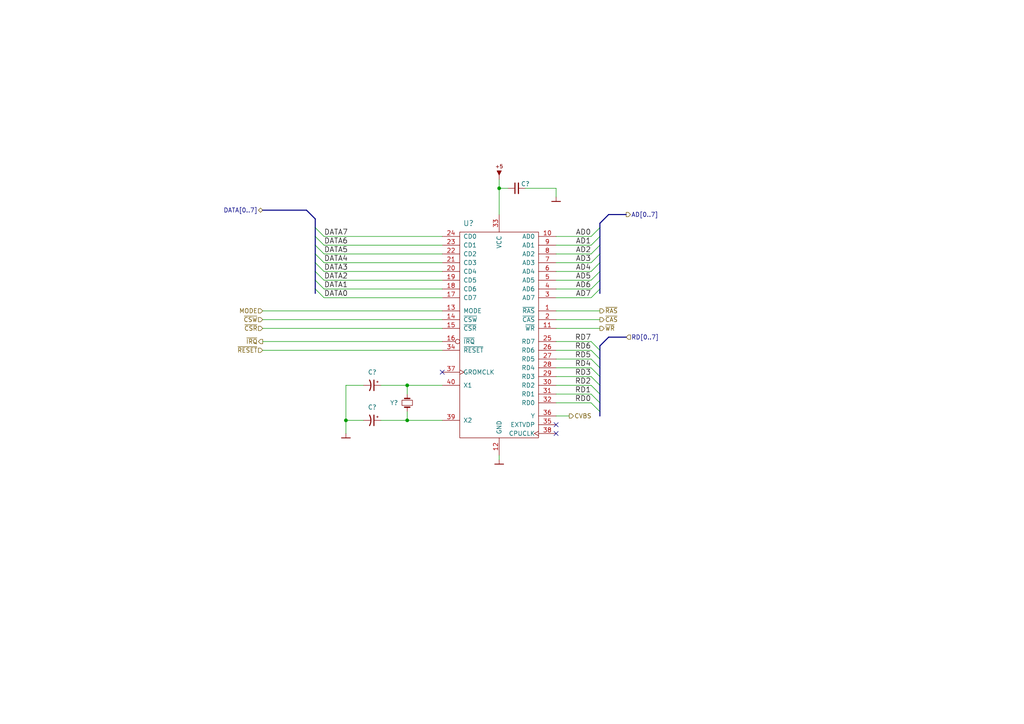
<source format=kicad_sch>
(kicad_sch (version 20211123) (generator eeschema)

  (uuid 6c2d26bc-6eca-436c-8025-79f817bf57d6)

  (paper "A4")

  (lib_symbols
    (symbol "artemisa:CP" (pin_numbers hide) (pin_names (offset 0.254) hide) (in_bom yes) (on_board yes)
      (property "Reference" "C" (id 0) (at 0.254 1.778 0)
        (effects (font (size 1.27 1.27)) (justify left))
      )
      (property "Value" "CP" (id 1) (at 0.254 -2.032 0)
        (effects (font (size 1.27 1.27)) (justify left))
      )
      (property "Footprint" "" (id 2) (at 0 0 0)
        (effects (font (size 1.27 1.27)) hide)
      )
      (property "Datasheet" "" (id 3) (at 0 0 0)
        (effects (font (size 1.27 1.27)) hide)
      )
      (property "ki_fp_filters" "CP_*" (id 4) (at 0 0 0)
        (effects (font (size 1.27 1.27)) hide)
      )
      (symbol "CP_0_1"
        (polyline
          (pts
            (xy -1.524 0.508)
            (xy 1.524 0.508)
          )
          (stroke (width 0.3048) (type default) (color 0 0 0 0))
          (fill (type none))
        )
        (polyline
          (pts
            (xy -1.27 1.524)
            (xy -0.762 1.524)
          )
          (stroke (width 0) (type default) (color 0 0 0 0))
          (fill (type none))
        )
        (polyline
          (pts
            (xy -1.016 1.27)
            (xy -1.016 1.778)
          )
          (stroke (width 0) (type default) (color 0 0 0 0))
          (fill (type none))
        )
        (arc (start 1.524 -0.762) (mid 0 -0.3734) (end -1.524 -0.762)
          (stroke (width 0.3048) (type default) (color 0 0 0 0))
          (fill (type none))
        )
      )
      (symbol "CP_1_1"
        (pin passive line (at 0 2.54 270) (length 2.032)
          (name "~" (effects (font (size 1.27 1.27))))
          (number "1" (effects (font (size 1.27 1.27))))
        )
        (pin passive line (at 0 -2.54 90) (length 2.032)
          (name "~" (effects (font (size 1.27 1.27))))
          (number "2" (effects (font (size 1.27 1.27))))
        )
      )
    )
    (symbol "artemisa:Cap" (pin_numbers hide) (pin_names (offset 0.254) hide) (in_bom yes) (on_board yes)
      (property "Reference" "C" (id 0) (at 0.254 1.778 0)
        (effects (font (size 1.27 1.27)) (justify left))
      )
      (property "Value" "Cap" (id 1) (at 0.254 -2.032 0)
        (effects (font (size 1.27 1.27)) (justify left))
      )
      (property "Footprint" "" (id 2) (at 0 0 0)
        (effects (font (size 1.27 1.27)) hide)
      )
      (property "Datasheet" "" (id 3) (at 0 0 0)
        (effects (font (size 1.27 1.27)) hide)
      )
      (property "ki_fp_filters" "C_*" (id 4) (at 0 0 0)
        (effects (font (size 1.27 1.27)) hide)
      )
      (symbol "Cap_0_1"
        (polyline
          (pts
            (xy -1.524 -0.508)
            (xy 1.524 -0.508)
          )
          (stroke (width 0.3302) (type default) (color 0 0 0 0))
          (fill (type none))
        )
        (polyline
          (pts
            (xy -1.524 0.508)
            (xy 1.524 0.508)
          )
          (stroke (width 0.3048) (type default) (color 0 0 0 0))
          (fill (type none))
        )
      )
      (symbol "Cap_1_1"
        (pin passive line (at 0 2.54 270) (length 2.032)
          (name "~" (effects (font (size 1.27 1.27))))
          (number "1" (effects (font (size 1.27 1.27))))
        )
        (pin passive line (at 0 -2.54 90) (length 2.032)
          (name "~" (effects (font (size 1.27 1.27))))
          (number "2" (effects (font (size 1.27 1.27))))
        )
      )
    )
    (symbol "artemisa:Crystal" (pin_numbers hide) (pin_names (offset 1.016) hide) (in_bom yes) (on_board yes)
      (property "Reference" "Y" (id 0) (at 0 2.54 0)
        (effects (font (size 1.27 1.27)))
      )
      (property "Value" "Crystal" (id 1) (at 0 -2.54 0)
        (effects (font (size 1.27 1.27)))
      )
      (property "Footprint" "" (id 2) (at 0 0 0)
        (effects (font (size 1.27 1.27)) hide)
      )
      (property "Datasheet" "" (id 3) (at 0 0 0)
        (effects (font (size 1.27 1.27)) hide)
      )
      (property "ki_fp_filters" "Crystal*" (id 4) (at 0 0 0)
        (effects (font (size 1.27 1.27)) hide)
      )
      (symbol "Crystal_0_1"
        (rectangle (start -0.762 -1.524) (end 0.762 1.524)
          (stroke (width 0) (type default) (color 0 0 0 0))
          (fill (type none))
        )
        (polyline
          (pts
            (xy -1.27 -0.762)
            (xy -1.27 0.762)
          )
          (stroke (width 0.381) (type default) (color 0 0 0 0))
          (fill (type none))
        )
        (polyline
          (pts
            (xy 1.27 -0.762)
            (xy 1.27 0.762)
          )
          (stroke (width 0.381) (type default) (color 0 0 0 0))
          (fill (type none))
        )
      )
      (symbol "Crystal_1_1"
        (pin passive line (at -2.54 0 0) (length 1.27)
          (name "1" (effects (font (size 1.27 1.27))))
          (number "1" (effects (font (size 1.27 1.27))))
        )
        (pin passive line (at 2.54 0 180) (length 1.27)
          (name "2" (effects (font (size 1.27 1.27))))
          (number "2" (effects (font (size 1.27 1.27))))
        )
      )
    )
    (symbol "artemisa:GND" (power) (pin_numbers hide) (pin_names (offset 0) hide) (in_bom yes) (on_board yes)
      (property "Reference" "#PWR" (id 0) (at 0 -2.54 0)
        (effects (font (size 1.524 1.524)) hide)
      )
      (property "Value" "GND" (id 1) (at 0 2.54 0)
        (effects (font (size 1.524 1.524)) hide)
      )
      (property "Footprint" "" (id 2) (at 0 0 0)
        (effects (font (size 1.524 1.524)) hide)
      )
      (property "Datasheet" "" (id 3) (at 0 0 0)
        (effects (font (size 1.524 1.524)) hide)
      )
      (symbol "GND_0_1"
        (polyline
          (pts
            (xy -1.27 -1.27)
            (xy 1.27 -1.27)
          )
          (stroke (width 0.254) (type default) (color 0 0 0 0))
          (fill (type none))
        )
      )
      (symbol "GND_1_1"
        (pin power_in line (at 0 0 270) (length 1.27)
          (name "GND" (effects (font (size 1.27 1.27))))
          (number "~" (effects (font (size 1.27 1.27))))
        )
      )
    )
    (symbol "artemisa:TMS9918" (pin_names (offset 1.016)) (in_bom yes) (on_board yes)
      (property "Reference" "U" (id 0) (at -10.16 35.56 0)
        (effects (font (size 1.524 1.524)))
      )
      (property "Value" "TMS9918" (id 1) (at 7.62 35.56 0)
        (effects (font (size 1.524 1.524)))
      )
      (property "Footprint" "" (id 2) (at 0 13.97 0)
        (effects (font (size 1.524 1.524)) hide)
      )
      (property "Datasheet" "" (id 3) (at 0 13.97 0)
        (effects (font (size 1.524 1.524)) hide)
      )
      (symbol "TMS9918_0_1"
        (rectangle (start -11.43 33.02) (end 11.43 -26.67)
          (stroke (width 0) (type default) (color 0 0 0 0))
          (fill (type none))
        )
      )
      (symbol "TMS9918_1_1"
        (pin output line (at 16.51 10.16 180) (length 5.08)
          (name "~{RAS}" (effects (font (size 1.27 1.27))))
          (number "1" (effects (font (size 1.27 1.27))))
        )
        (pin output line (at 16.51 31.75 180) (length 5.08)
          (name "AD0" (effects (font (size 1.27 1.27))))
          (number "10" (effects (font (size 1.27 1.27))))
        )
        (pin output line (at 16.51 5.08 180) (length 5.08)
          (name "~{WR}" (effects (font (size 1.27 1.27))))
          (number "11" (effects (font (size 1.27 1.27))))
        )
        (pin power_in line (at 0 -31.75 90) (length 5.08)
          (name "GND" (effects (font (size 1.27 1.27))))
          (number "12" (effects (font (size 1.27 1.27))))
        )
        (pin input line (at -16.51 10.16 0) (length 5.08)
          (name "MODE" (effects (font (size 1.27 1.27))))
          (number "13" (effects (font (size 1.27 1.27))))
        )
        (pin input line (at -16.51 7.62 0) (length 5.08)
          (name "~{CSW}" (effects (font (size 1.27 1.27))))
          (number "14" (effects (font (size 1.27 1.27))))
        )
        (pin input line (at -16.51 5.08 0) (length 5.08)
          (name "~{CSR}" (effects (font (size 1.27 1.27))))
          (number "15" (effects (font (size 1.27 1.27))))
        )
        (pin output inverted (at -16.51 1.27 0) (length 5.08)
          (name "~{IRQ}" (effects (font (size 1.27 1.27))))
          (number "16" (effects (font (size 1.27 1.27))))
        )
        (pin input line (at -16.51 13.97 0) (length 5.08)
          (name "CD7" (effects (font (size 1.27 1.27))))
          (number "17" (effects (font (size 1.27 1.27))))
        )
        (pin input line (at -16.51 16.51 0) (length 5.08)
          (name "CD6" (effects (font (size 1.27 1.27))))
          (number "18" (effects (font (size 1.27 1.27))))
        )
        (pin input line (at -16.51 19.05 0) (length 5.08)
          (name "CD5" (effects (font (size 1.27 1.27))))
          (number "19" (effects (font (size 1.27 1.27))))
        )
        (pin output line (at 16.51 7.62 180) (length 5.08)
          (name "~{CAS}" (effects (font (size 1.27 1.27))))
          (number "2" (effects (font (size 1.27 1.27))))
        )
        (pin input line (at -16.51 21.59 0) (length 5.08)
          (name "CD4" (effects (font (size 1.27 1.27))))
          (number "20" (effects (font (size 1.27 1.27))))
        )
        (pin input line (at -16.51 24.13 0) (length 5.08)
          (name "CD3" (effects (font (size 1.27 1.27))))
          (number "21" (effects (font (size 1.27 1.27))))
        )
        (pin input line (at -16.51 26.67 0) (length 5.08)
          (name "CD2" (effects (font (size 1.27 1.27))))
          (number "22" (effects (font (size 1.27 1.27))))
        )
        (pin input line (at -16.51 29.21 0) (length 5.08)
          (name "CD1" (effects (font (size 1.27 1.27))))
          (number "23" (effects (font (size 1.27 1.27))))
        )
        (pin input line (at -16.51 31.75 0) (length 5.08)
          (name "CD0" (effects (font (size 1.27 1.27))))
          (number "24" (effects (font (size 1.27 1.27))))
        )
        (pin input line (at 16.51 1.27 180) (length 5.08)
          (name "RD7" (effects (font (size 1.27 1.27))))
          (number "25" (effects (font (size 1.27 1.27))))
        )
        (pin input line (at 16.51 -1.27 180) (length 5.08)
          (name "RD6" (effects (font (size 1.27 1.27))))
          (number "26" (effects (font (size 1.27 1.27))))
        )
        (pin input line (at 16.51 -3.81 180) (length 5.08)
          (name "RD5" (effects (font (size 1.27 1.27))))
          (number "27" (effects (font (size 1.27 1.27))))
        )
        (pin input line (at 16.51 -6.35 180) (length 5.08)
          (name "RD4" (effects (font (size 1.27 1.27))))
          (number "28" (effects (font (size 1.27 1.27))))
        )
        (pin input line (at 16.51 -8.89 180) (length 5.08)
          (name "RD3" (effects (font (size 1.27 1.27))))
          (number "29" (effects (font (size 1.27 1.27))))
        )
        (pin output line (at 16.51 13.97 180) (length 5.08)
          (name "AD7" (effects (font (size 1.27 1.27))))
          (number "3" (effects (font (size 1.27 1.27))))
        )
        (pin input line (at 16.51 -11.43 180) (length 5.08)
          (name "RD2" (effects (font (size 1.27 1.27))))
          (number "30" (effects (font (size 1.27 1.27))))
        )
        (pin input line (at 16.51 -13.97 180) (length 5.08)
          (name "RD1" (effects (font (size 1.27 1.27))))
          (number "31" (effects (font (size 1.27 1.27))))
        )
        (pin input line (at 16.51 -16.51 180) (length 5.08)
          (name "RD0" (effects (font (size 1.27 1.27))))
          (number "32" (effects (font (size 1.27 1.27))))
        )
        (pin power_in line (at 0 38.1 270) (length 5.08)
          (name "VCC" (effects (font (size 1.27 1.27))))
          (number "33" (effects (font (size 1.27 1.27))))
        )
        (pin input line (at -16.51 -1.27 0) (length 5.08)
          (name "~{RESET}" (effects (font (size 1.27 1.27))))
          (number "34" (effects (font (size 1.27 1.27))))
        )
        (pin input line (at 16.51 -22.86 180) (length 5.08)
          (name "EXTVDP" (effects (font (size 1.27 1.27))))
          (number "35" (effects (font (size 1.27 1.27))))
        )
        (pin output line (at 16.51 -20.32 180) (length 5.08)
          (name "Y" (effects (font (size 1.27 1.27))))
          (number "36" (effects (font (size 1.27 1.27))))
        )
        (pin output clock (at -16.51 -7.62 0) (length 5.08)
          (name "GROMCLK" (effects (font (size 1.27 1.27))))
          (number "37" (effects (font (size 1.27 1.27))))
        )
        (pin output clock (at 16.51 -25.4 180) (length 5.08)
          (name "CPUCLK" (effects (font (size 1.27 1.27))))
          (number "38" (effects (font (size 1.27 1.27))))
        )
        (pin input line (at -16.51 -21.59 0) (length 5.08)
          (name "X2" (effects (font (size 1.27 1.27))))
          (number "39" (effects (font (size 1.27 1.27))))
        )
        (pin output line (at 16.51 16.51 180) (length 5.08)
          (name "AD6" (effects (font (size 1.27 1.27))))
          (number "4" (effects (font (size 1.27 1.27))))
        )
        (pin input line (at -16.51 -11.43 0) (length 5.08)
          (name "X1" (effects (font (size 1.27 1.27))))
          (number "40" (effects (font (size 1.27 1.27))))
        )
        (pin output line (at 16.51 19.05 180) (length 5.08)
          (name "AD5" (effects (font (size 1.27 1.27))))
          (number "5" (effects (font (size 1.27 1.27))))
        )
        (pin output line (at 16.51 21.59 180) (length 5.08)
          (name "AD4" (effects (font (size 1.27 1.27))))
          (number "6" (effects (font (size 1.27 1.27))))
        )
        (pin output line (at 16.51 24.13 180) (length 5.08)
          (name "AD3" (effects (font (size 1.27 1.27))))
          (number "7" (effects (font (size 1.27 1.27))))
        )
        (pin output line (at 16.51 26.67 180) (length 5.08)
          (name "AD2" (effects (font (size 1.27 1.27))))
          (number "8" (effects (font (size 1.27 1.27))))
        )
        (pin output line (at 16.51 29.21 180) (length 5.08)
          (name "AD1" (effects (font (size 1.27 1.27))))
          (number "9" (effects (font (size 1.27 1.27))))
        )
      )
    )
    (symbol "artemisa:VCC" (power) (pin_numbers hide) (pin_names (offset 0) hide) (in_bom yes) (on_board yes)
      (property "Reference" "#PWR" (id 0) (at 0 -1.27 0)
        (effects (font (size 1.524 1.524)) hide)
      )
      (property "Value" "VCC" (id 1) (at 0 6.35 0)
        (effects (font (size 1.524 1.524)) hide)
      )
      (property "Footprint" "" (id 2) (at 0 0 0)
        (effects (font (size 1.524 1.524)) hide)
      )
      (property "Datasheet" "" (id 3) (at 0 0 0)
        (effects (font (size 1.524 1.524)) hide)
      )
      (symbol "VCC_0_0"
        (text "+5" (at 0 3.81 0)
          (effects (font (size 1.016 1.016)))
        )
      )
      (symbol "VCC_0_1"
        (polyline
          (pts
            (xy 0 1.27)
            (xy 0.635 2.54)
            (xy -0.635 2.54)
            (xy 0 1.27)
          )
          (stroke (width 0) (type default) (color 0 0 0 0))
          (fill (type outline))
        )
      )
      (symbol "VCC_1_1"
        (pin power_in line (at 0 0 90) (length 1.27)
          (name "~" (effects (font (size 1.27 1.27))))
          (number "~" (effects (font (size 1.27 1.27))))
        )
      )
    )
  )

  (junction (at 118.11 121.92) (diameter 0) (color 0 0 0 0)
    (uuid 173f6f06-e7d0-42ac-ab03-ce6b79b9eeee)
  )
  (junction (at 144.78 54.61) (diameter 0) (color 0 0 0 0)
    (uuid 240c10af-51b5-420e-a6f4-a2c8f5db1db5)
  )
  (junction (at 118.11 111.76) (diameter 0) (color 0 0 0 0)
    (uuid 2e842263-c0ba-46fd-a760-6624d4c78278)
  )
  (junction (at 100.33 121.92) (diameter 0) (color 0 0 0 0)
    (uuid 935f462d-8b1e-4005-9f1e-17f537ab1756)
  )

  (no_connect (at 128.27 107.95) (uuid 658dad07-97fd-466c-8b49-21892ac96ea4))
  (no_connect (at 161.29 125.73) (uuid 6e68f0cd-800e-4167-9553-71fc59da1eeb))
  (no_connect (at 161.29 123.19) (uuid 88668202-3f0b-4d07-84d4-dcd790f57272))

  (bus_entry (at 91.44 71.12) (size 2.54 2.54)
    (stroke (width 0) (type default) (color 0 0 0 0))
    (uuid 065b9982-55f2-4822-977e-07e8a06e7b35)
  )
  (bus_entry (at 171.45 109.22) (size 2.54 2.54)
    (stroke (width 0) (type default) (color 0 0 0 0))
    (uuid 15fe8f3d-6077-4e0e-81d0-8ec3f4538981)
  )
  (bus_entry (at 171.45 73.66) (size 2.54 -2.54)
    (stroke (width 0) (type default) (color 0 0 0 0))
    (uuid 20c315f4-1e4f-49aa-8d61-778a7389df7e)
  )
  (bus_entry (at 91.44 81.28) (size 2.54 2.54)
    (stroke (width 0) (type default) (color 0 0 0 0))
    (uuid 6d1d60ff-408a-47a7-892f-c5cf9ef6ca75)
  )
  (bus_entry (at 171.45 76.2) (size 2.54 -2.54)
    (stroke (width 0) (type default) (color 0 0 0 0))
    (uuid 7a4ce4b3-518a-4819-b8b2-5127b3347c64)
  )
  (bus_entry (at 171.45 71.12) (size 2.54 -2.54)
    (stroke (width 0) (type default) (color 0 0 0 0))
    (uuid 7e0a03ae-d054-4f76-a131-5c09b8dc1636)
  )
  (bus_entry (at 171.45 111.76) (size 2.54 2.54)
    (stroke (width 0) (type default) (color 0 0 0 0))
    (uuid 814763c2-92e5-4a2c-941c-9bbd073f6e87)
  )
  (bus_entry (at 171.45 116.84) (size 2.54 2.54)
    (stroke (width 0) (type default) (color 0 0 0 0))
    (uuid 82be7aae-5d06-4178-8c3e-98760c41b054)
  )
  (bus_entry (at 173.99 83.82) (size -2.54 2.54)
    (stroke (width 0) (type default) (color 0 0 0 0))
    (uuid 9193c41e-d425-447d-b95c-6986d66ea01c)
  )
  (bus_entry (at 91.44 76.2) (size 2.54 2.54)
    (stroke (width 0) (type default) (color 0 0 0 0))
    (uuid 970e0f64-111f-41e3-9f5a-fb0d0f6fa101)
  )
  (bus_entry (at 171.45 104.14) (size 2.54 2.54)
    (stroke (width 0) (type default) (color 0 0 0 0))
    (uuid 9b3c58a7-a9b9-4498-abc0-f9f43e4f0292)
  )
  (bus_entry (at 171.45 81.28) (size 2.54 -2.54)
    (stroke (width 0) (type default) (color 0 0 0 0))
    (uuid a6b7df29-bcf8-46a9-b623-7eaac47f5110)
  )
  (bus_entry (at 91.44 68.58) (size 2.54 2.54)
    (stroke (width 0) (type default) (color 0 0 0 0))
    (uuid a6ccc556-da88-4006-ae1a-cc35733efef3)
  )
  (bus_entry (at 171.45 78.74) (size 2.54 -2.54)
    (stroke (width 0) (type default) (color 0 0 0 0))
    (uuid a9b3f6e4-7a6d-4ae8-ad28-3d8458e0ca1a)
  )
  (bus_entry (at 91.44 78.74) (size 2.54 2.54)
    (stroke (width 0) (type default) (color 0 0 0 0))
    (uuid b6135480-ace6-42b2-9c47-856ef57cded1)
  )
  (bus_entry (at 171.45 101.6) (size 2.54 2.54)
    (stroke (width 0) (type default) (color 0 0 0 0))
    (uuid c094494a-f6f7-43fc-a007-4951484ddf3a)
  )
  (bus_entry (at 171.45 68.58) (size 2.54 -2.54)
    (stroke (width 0) (type default) (color 0 0 0 0))
    (uuid d6fb27cf-362d-4568-967c-a5bf49d5931b)
  )
  (bus_entry (at 171.45 83.82) (size 2.54 -2.54)
    (stroke (width 0) (type default) (color 0 0 0 0))
    (uuid d9c6d5d2-0b49-49ba-a970-cd2c32f74c54)
  )
  (bus_entry (at 91.44 73.66) (size 2.54 2.54)
    (stroke (width 0) (type default) (color 0 0 0 0))
    (uuid dc2801a1-d539-4721-b31f-fe196b9f13df)
  )
  (bus_entry (at 173.99 101.6) (size -2.54 -2.54)
    (stroke (width 0) (type default) (color 0 0 0 0))
    (uuid e1535036-5d36-405f-bb86-3819621c4f23)
  )
  (bus_entry (at 171.45 106.68) (size 2.54 2.54)
    (stroke (width 0) (type default) (color 0 0 0 0))
    (uuid e40e8cef-4fb0-4fc3-be09-3875b2cc8469)
  )
  (bus_entry (at 91.44 83.82) (size 2.54 2.54)
    (stroke (width 0) (type default) (color 0 0 0 0))
    (uuid e4aa537c-eb9d-4dbb-ac87-fae46af42391)
  )
  (bus_entry (at 171.45 114.3) (size 2.54 2.54)
    (stroke (width 0) (type default) (color 0 0 0 0))
    (uuid e65b62be-e01b-4688-a999-1d1be370c4ae)
  )
  (bus_entry (at 93.98 68.58) (size -2.54 -2.54)
    (stroke (width 0) (type default) (color 0 0 0 0))
    (uuid f9403623-c00c-4b71-bc5c-d763ff009386)
  )

  (wire (pts (xy 76.2 90.17) (xy 128.27 90.17))
    (stroke (width 0) (type default) (color 0 0 0 0))
    (uuid 009a4fb4-fcc0-4623-ae5d-c1bae3219583)
  )
  (wire (pts (xy 118.11 111.76) (xy 128.27 111.76))
    (stroke (width 0) (type default) (color 0 0 0 0))
    (uuid 0325ec43-0390-4ae2-b055-b1ec6ce17b1c)
  )
  (wire (pts (xy 171.45 83.82) (xy 161.29 83.82))
    (stroke (width 0) (type default) (color 0 0 0 0))
    (uuid 0351df45-d042-41d4-ba35-88092c7be2fc)
  )
  (wire (pts (xy 105.41 121.92) (xy 100.33 121.92))
    (stroke (width 0) (type default) (color 0 0 0 0))
    (uuid 057af6bb-cf6f-4bfb-b0c0-2e92a2c09a47)
  )
  (wire (pts (xy 161.29 104.14) (xy 171.45 104.14))
    (stroke (width 0) (type default) (color 0 0 0 0))
    (uuid 099096e4-8c2a-4d84-a16f-06b4b6330e7a)
  )
  (wire (pts (xy 110.49 121.92) (xy 118.11 121.92))
    (stroke (width 0) (type default) (color 0 0 0 0))
    (uuid 0ce8d3ab-2662-4158-8a2a-18b782908fc5)
  )
  (wire (pts (xy 118.11 111.76) (xy 118.11 114.3))
    (stroke (width 0) (type default) (color 0 0 0 0))
    (uuid 0e8f7fc0-2ef2-4b90-9c15-8a3a601ee459)
  )
  (wire (pts (xy 128.27 81.28) (xy 93.98 81.28))
    (stroke (width 0) (type default) (color 0 0 0 0))
    (uuid 101ef598-601d-400e-9ef6-d655fbb1dbfa)
  )
  (bus (pts (xy 173.99 64.77) (xy 176.53 62.23))
    (stroke (width 0) (type default) (color 0 0 0 0))
    (uuid 10d8ad0e-6a08-4053-92aa-23a15910fd21)
  )
  (bus (pts (xy 173.99 100.33) (xy 173.99 101.6))
    (stroke (width 0) (type default) (color 0 0 0 0))
    (uuid 18b7e157-ae67-48ad-bd7c-9fef6fe45b22)
  )
  (bus (pts (xy 173.99 111.76) (xy 173.99 114.3))
    (stroke (width 0) (type default) (color 0 0 0 0))
    (uuid 1ac9a21e-0c0e-4ea4-8161-6fb6f0784161)
  )
  (bus (pts (xy 173.99 78.74) (xy 173.99 81.28))
    (stroke (width 0) (type default) (color 0 0 0 0))
    (uuid 1d8a4a20-7c57-439f-b07a-d41bb314405e)
  )

  (wire (pts (xy 161.29 90.17) (xy 173.99 90.17))
    (stroke (width 0) (type default) (color 0 0 0 0))
    (uuid 1e518c2a-4cb7-4599-a1fa-5b9f847da7d3)
  )
  (bus (pts (xy 91.44 71.12) (xy 91.44 73.66))
    (stroke (width 0) (type default) (color 0 0 0 0))
    (uuid 21c53689-2a80-46e1-bae2-18f978f64bb4)
  )

  (wire (pts (xy 161.29 86.36) (xy 171.45 86.36))
    (stroke (width 0) (type default) (color 0 0 0 0))
    (uuid 240e5dac-6242-47a5-bbef-f76d11c715c0)
  )
  (wire (pts (xy 128.27 92.71) (xy 76.2 92.71))
    (stroke (width 0) (type default) (color 0 0 0 0))
    (uuid 27d56953-c620-4d5b-9c1c-e48bc3d9684a)
  )
  (bus (pts (xy 173.99 100.33) (xy 176.53 97.79))
    (stroke (width 0) (type default) (color 0 0 0 0))
    (uuid 2b64d2cb-d62a-4762-97ea-f1b0d4293c4f)
  )

  (wire (pts (xy 144.78 54.61) (xy 147.32 54.61))
    (stroke (width 0) (type default) (color 0 0 0 0))
    (uuid 2d697cf0-e02e-4ed1-a048-a704dab0ee43)
  )
  (bus (pts (xy 88.9 60.96) (xy 76.2 60.96))
    (stroke (width 0) (type default) (color 0 0 0 0))
    (uuid 2dc54bac-8640-4dd7-b8ed-3c7acb01a8ea)
  )
  (bus (pts (xy 173.99 104.14) (xy 173.99 106.68))
    (stroke (width 0) (type default) (color 0 0 0 0))
    (uuid 2fb2f331-efcc-4704-91c8-04af490f94f4)
  )

  (wire (pts (xy 161.29 99.06) (xy 171.45 99.06))
    (stroke (width 0) (type default) (color 0 0 0 0))
    (uuid 34a74736-156e-4bf3-9200-cd137cfa59da)
  )
  (wire (pts (xy 128.27 68.58) (xy 93.98 68.58))
    (stroke (width 0) (type default) (color 0 0 0 0))
    (uuid 35a9f71f-ba35-47f6-814e-4106ac36c51e)
  )
  (wire (pts (xy 171.45 73.66) (xy 161.29 73.66))
    (stroke (width 0) (type default) (color 0 0 0 0))
    (uuid 37e8181c-a81e-498b-b2e2-0aef0c391059)
  )
  (wire (pts (xy 76.2 101.6) (xy 128.27 101.6))
    (stroke (width 0) (type default) (color 0 0 0 0))
    (uuid 37f31dec-63fc-4634-a141-5dc5d2b60fe4)
  )
  (wire (pts (xy 110.49 111.76) (xy 118.11 111.76))
    (stroke (width 0) (type default) (color 0 0 0 0))
    (uuid 382ca670-6ae8-4de6-90f9-f241d1337171)
  )
  (bus (pts (xy 91.44 78.74) (xy 91.44 81.28))
    (stroke (width 0) (type default) (color 0 0 0 0))
    (uuid 3a2d5f09-d24e-4c43-bc67-ae6c20b1ef82)
  )

  (wire (pts (xy 144.78 132.08) (xy 144.78 133.35))
    (stroke (width 0) (type default) (color 0 0 0 0))
    (uuid 40b14a16-fb82-4b9d-89dd-55cd98abb5cc)
  )
  (wire (pts (xy 105.41 111.76) (xy 100.33 111.76))
    (stroke (width 0) (type default) (color 0 0 0 0))
    (uuid 4632212f-13ce-4392-bc68-ccb9ba333770)
  )
  (bus (pts (xy 173.99 114.3) (xy 173.99 116.84))
    (stroke (width 0) (type default) (color 0 0 0 0))
    (uuid 4eb8e05f-91cc-4487-9bd2-0b3bc618ab23)
  )

  (wire (pts (xy 144.78 54.61) (xy 144.78 62.23))
    (stroke (width 0) (type default) (color 0 0 0 0))
    (uuid 503dbd88-3e6b-48cc-a2ea-a6e28b52a1f7)
  )
  (wire (pts (xy 100.33 121.92) (xy 100.33 125.73))
    (stroke (width 0) (type default) (color 0 0 0 0))
    (uuid 576c6616-e95d-4f1e-8ead-dea30fcdc8c2)
  )
  (wire (pts (xy 144.78 52.07) (xy 144.78 54.61))
    (stroke (width 0) (type default) (color 0 0 0 0))
    (uuid 592f25e6-a01b-47fd-8172-3da01117d00a)
  )
  (bus (pts (xy 173.99 71.12) (xy 173.99 73.66))
    (stroke (width 0) (type default) (color 0 0 0 0))
    (uuid 593150ae-e65b-4f79-b719-9183d8658cb9)
  )

  (wire (pts (xy 93.98 71.12) (xy 128.27 71.12))
    (stroke (width 0) (type default) (color 0 0 0 0))
    (uuid 5b34a16c-5a14-4291-8242-ea6d6ac54372)
  )
  (bus (pts (xy 173.99 64.77) (xy 173.99 66.04))
    (stroke (width 0) (type default) (color 0 0 0 0))
    (uuid 5fc9acb6-6dbb-4598-825b-4b9e7c4c67c4)
  )

  (wire (pts (xy 171.45 111.76) (xy 161.29 111.76))
    (stroke (width 0) (type default) (color 0 0 0 0))
    (uuid 6284122b-79c3-4e04-925e-3d32cc3ec077)
  )
  (wire (pts (xy 161.29 76.2) (xy 171.45 76.2))
    (stroke (width 0) (type default) (color 0 0 0 0))
    (uuid 676efd2f-1c48-4786-9e4b-2444f1e8f6ff)
  )
  (wire (pts (xy 161.29 114.3) (xy 171.45 114.3))
    (stroke (width 0) (type default) (color 0 0 0 0))
    (uuid 67763d19-f622-4e1e-81e5-5b24da7c3f99)
  )
  (wire (pts (xy 93.98 76.2) (xy 128.27 76.2))
    (stroke (width 0) (type default) (color 0 0 0 0))
    (uuid 6781326c-6e0d-4753-8f28-0f5c687e01f9)
  )
  (bus (pts (xy 181.61 97.79) (xy 176.53 97.79))
    (stroke (width 0) (type default) (color 0 0 0 0))
    (uuid 6bf05d19-ba3e-4ba6-8a6f-4e0bc45ea3b2)
  )
  (bus (pts (xy 173.99 106.68) (xy 173.99 109.22))
    (stroke (width 0) (type default) (color 0 0 0 0))
    (uuid 74cc1fb6-e23e-4cf6-9f76-e1c10fb92b8b)
  )
  (bus (pts (xy 173.99 119.38) (xy 173.99 120.65))
    (stroke (width 0) (type default) (color 0 0 0 0))
    (uuid 7a0000b8-5a86-43ef-b1e4-d1f8136bdc7d)
  )

  (wire (pts (xy 118.11 121.92) (xy 128.27 121.92))
    (stroke (width 0) (type default) (color 0 0 0 0))
    (uuid 7b044939-8c4d-444f-b9e0-a15fcdeb5a86)
  )
  (wire (pts (xy 93.98 83.82) (xy 128.27 83.82))
    (stroke (width 0) (type default) (color 0 0 0 0))
    (uuid 7f52d787-caa3-4a92-b1b2-19d554dc29a4)
  )
  (bus (pts (xy 91.44 83.82) (xy 91.44 85.09))
    (stroke (width 0) (type default) (color 0 0 0 0))
    (uuid 878c02f1-6e0f-4063-b2fd-d88c4b65f3c1)
  )

  (wire (pts (xy 171.45 101.6) (xy 161.29 101.6))
    (stroke (width 0) (type default) (color 0 0 0 0))
    (uuid 87d7448e-e139-4209-ae0b-372f805267da)
  )
  (wire (pts (xy 128.27 95.25) (xy 76.2 95.25))
    (stroke (width 0) (type default) (color 0 0 0 0))
    (uuid 8d0c1d66-35ef-4a53-a28f-436a11b54f42)
  )
  (wire (pts (xy 171.45 78.74) (xy 161.29 78.74))
    (stroke (width 0) (type default) (color 0 0 0 0))
    (uuid 8d9a3ecc-539f-41da-8099-d37cea9c28e7)
  )
  (bus (pts (xy 173.99 76.2) (xy 173.99 78.74))
    (stroke (width 0) (type default) (color 0 0 0 0))
    (uuid 8dfbecbd-3da1-4c88-856b-7786beab9dd3)
  )

  (wire (pts (xy 76.2 99.06) (xy 128.27 99.06))
    (stroke (width 0) (type default) (color 0 0 0 0))
    (uuid 91c1eb0a-67ae-4ef0-95ce-d060a03a7313)
  )
  (bus (pts (xy 173.99 109.22) (xy 173.99 111.76))
    (stroke (width 0) (type default) (color 0 0 0 0))
    (uuid 94a7feca-16be-4f2f-bf22-29accaf624a7)
  )
  (bus (pts (xy 91.44 76.2) (xy 91.44 78.74))
    (stroke (width 0) (type default) (color 0 0 0 0))
    (uuid 9792353c-0daa-43e8-a8c9-d3f197b1e5d9)
  )
  (bus (pts (xy 173.99 68.58) (xy 173.99 71.12))
    (stroke (width 0) (type default) (color 0 0 0 0))
    (uuid 9892f38a-55ae-4b4c-9b86-cfc2c252cefb)
  )

  (wire (pts (xy 171.45 116.84) (xy 161.29 116.84))
    (stroke (width 0) (type default) (color 0 0 0 0))
    (uuid 994b6220-4755-4d84-91b3-6122ac1c2c5e)
  )
  (bus (pts (xy 173.99 116.84) (xy 173.99 119.38))
    (stroke (width 0) (type default) (color 0 0 0 0))
    (uuid 9b5e7ec6-4e02-4da4-a240-587169ac5293)
  )

  (wire (pts (xy 171.45 106.68) (xy 161.29 106.68))
    (stroke (width 0) (type default) (color 0 0 0 0))
    (uuid a13ab237-8f8d-4e16-8c47-4440653b8534)
  )
  (wire (pts (xy 161.29 120.65) (xy 165.1 120.65))
    (stroke (width 0) (type default) (color 0 0 0 0))
    (uuid a24ddb4f-c217-42ca-b6cb-d12da84fb2b9)
  )
  (bus (pts (xy 91.44 63.5) (xy 91.44 66.04))
    (stroke (width 0) (type default) (color 0 0 0 0))
    (uuid a53767ed-bb28-4f90-abe0-e0ea734812a4)
  )
  (bus (pts (xy 173.99 73.66) (xy 173.99 76.2))
    (stroke (width 0) (type default) (color 0 0 0 0))
    (uuid a589b06d-7ab4-4e1d-96a8-4ad8dcc7f89b)
  )

  (wire (pts (xy 128.27 86.36) (xy 93.98 86.36))
    (stroke (width 0) (type default) (color 0 0 0 0))
    (uuid a8447faf-e0a0-4c4a-ae53-4d4b28669151)
  )
  (wire (pts (xy 118.11 119.38) (xy 118.11 121.92))
    (stroke (width 0) (type default) (color 0 0 0 0))
    (uuid b0906e10-2fbc-4309-a8b4-6fc4cd1a5490)
  )
  (wire (pts (xy 171.45 68.58) (xy 161.29 68.58))
    (stroke (width 0) (type default) (color 0 0 0 0))
    (uuid b447dbb1-d38e-4a15-93cb-12c25382ea53)
  )
  (wire (pts (xy 161.29 54.61) (xy 152.4 54.61))
    (stroke (width 0) (type default) (color 0 0 0 0))
    (uuid c09938fd-06b9-4771-9f63-2311626243b3)
  )
  (bus (pts (xy 91.44 73.66) (xy 91.44 76.2))
    (stroke (width 0) (type default) (color 0 0 0 0))
    (uuid c101d2fd-97dc-491f-b1b2-d6cd5f1d876a)
  )
  (bus (pts (xy 91.44 81.28) (xy 91.44 83.82))
    (stroke (width 0) (type default) (color 0 0 0 0))
    (uuid c2150c65-6888-46c7-ab36-ef974a46fbe6)
  )

  (wire (pts (xy 93.98 73.66) (xy 128.27 73.66))
    (stroke (width 0) (type default) (color 0 0 0 0))
    (uuid c701ee8e-1214-4781-a973-17bef7b6e3eb)
  )
  (wire (pts (xy 93.98 78.74) (xy 128.27 78.74))
    (stroke (width 0) (type default) (color 0 0 0 0))
    (uuid c8029a4c-945d-42ca-871a-dd73ff50a1a3)
  )
  (wire (pts (xy 161.29 109.22) (xy 171.45 109.22))
    (stroke (width 0) (type default) (color 0 0 0 0))
    (uuid ca5a4651-0d1d-441b-b17d-01518ef3b656)
  )
  (bus (pts (xy 91.44 68.58) (xy 91.44 71.12))
    (stroke (width 0) (type default) (color 0 0 0 0))
    (uuid cab8b465-7252-46ac-ab08-4584868e319c)
  )

  (wire (pts (xy 100.33 111.76) (xy 100.33 121.92))
    (stroke (width 0) (type default) (color 0 0 0 0))
    (uuid cb16d05e-318b-4e51-867b-70d791d75bea)
  )
  (wire (pts (xy 161.29 54.61) (xy 161.29 57.15))
    (stroke (width 0) (type default) (color 0 0 0 0))
    (uuid cb614b23-9af3-4aec-bed8-c1374e001510)
  )
  (bus (pts (xy 173.99 101.6) (xy 173.99 104.14))
    (stroke (width 0) (type default) (color 0 0 0 0))
    (uuid cd60f1a3-cfbd-4bd2-bdf0-40c765081e4d)
  )

  (wire (pts (xy 161.29 71.12) (xy 171.45 71.12))
    (stroke (width 0) (type default) (color 0 0 0 0))
    (uuid cfa5c16e-7859-460d-a0b8-cea7d7ea629c)
  )
  (wire (pts (xy 161.29 95.25) (xy 173.99 95.25))
    (stroke (width 0) (type default) (color 0 0 0 0))
    (uuid d0d2eee9-31f6-44fa-8149-ebb4dc2dc0dc)
  )
  (bus (pts (xy 173.99 81.28) (xy 173.99 83.82))
    (stroke (width 0) (type default) (color 0 0 0 0))
    (uuid e350eb6d-de7a-4e29-9e9c-31757b747d65)
  )

  (wire (pts (xy 161.29 81.28) (xy 171.45 81.28))
    (stroke (width 0) (type default) (color 0 0 0 0))
    (uuid e472dac4-5b65-4920-b8b2-6065d140a69d)
  )
  (bus (pts (xy 176.53 62.23) (xy 181.61 62.23))
    (stroke (width 0) (type default) (color 0 0 0 0))
    (uuid e54e5e19-1deb-49a9-8629-617db8e434c0)
  )
  (bus (pts (xy 91.44 66.04) (xy 91.44 68.58))
    (stroke (width 0) (type default) (color 0 0 0 0))
    (uuid e6c20884-3b1a-475a-b5f6-a753ed588083)
  )

  (wire (pts (xy 161.29 92.71) (xy 173.99 92.71))
    (stroke (width 0) (type default) (color 0 0 0 0))
    (uuid ee41cb8e-512d-41d2-81e1-3c50fff32aeb)
  )
  (bus (pts (xy 173.99 66.04) (xy 173.99 68.58))
    (stroke (width 0) (type default) (color 0 0 0 0))
    (uuid eed59e42-36f1-46cc-9464-62a7346c997c)
  )
  (bus (pts (xy 88.9 60.96) (xy 91.44 63.5))
    (stroke (width 0) (type default) (color 0 0 0 0))
    (uuid fc83cd71-1198-4019-87a1-dc154bceead3)
  )
  (bus (pts (xy 173.99 83.82) (xy 173.99 85.09))
    (stroke (width 0) (type default) (color 0 0 0 0))
    (uuid fdb139d7-864f-4e40-9195-ffe6dbc01999)
  )

  (label "RD7" (at 171.45 99.06 180)
    (effects (font (size 1.524 1.524)) (justify right bottom))
    (uuid 097edb1b-8998-4e70-b670-bba125982348)
  )
  (label "RD2" (at 171.45 111.76 180)
    (effects (font (size 1.524 1.524)) (justify right bottom))
    (uuid 0e1ed1c5-7428-4dc7-b76e-49b2d5f8177d)
  )
  (label "RD3" (at 171.45 109.22 180)
    (effects (font (size 1.524 1.524)) (justify right bottom))
    (uuid 14c51520-6d91-4098-a59a-5121f2a898f7)
  )
  (label "AD6" (at 171.45 83.82 180)
    (effects (font (size 1.524 1.524)) (justify right bottom))
    (uuid 275aa44a-b61f-489f-9e2a-819a0fe0d1eb)
  )
  (label "RD4" (at 171.45 106.68 180)
    (effects (font (size 1.524 1.524)) (justify right bottom))
    (uuid 2d67a417-188f-4014-9282-000265d80009)
  )
  (label "DATA2" (at 93.98 81.28 0)
    (effects (font (size 1.524 1.524)) (justify left bottom))
    (uuid 3a52f112-cb97-43db-aaeb-20afe27664d7)
  )
  (label "DATA1" (at 93.98 83.82 0)
    (effects (font (size 1.524 1.524)) (justify left bottom))
    (uuid 41acfe41-fac7-432a-a7a3-946566e2d504)
  )
  (label "RD6" (at 171.45 101.6 180)
    (effects (font (size 1.524 1.524)) (justify right bottom))
    (uuid 477311b9-8f81-40c8-9c55-fd87e287247a)
  )
  (label "AD4" (at 171.45 78.74 180)
    (effects (font (size 1.524 1.524)) (justify right bottom))
    (uuid 57c0c267-8bf9-4cc7-b734-d71a239ac313)
  )
  (label "AD5" (at 171.45 81.28 180)
    (effects (font (size 1.524 1.524)) (justify right bottom))
    (uuid 5ca4be1c-537e-4a4a-b344-d0c8ffde8546)
  )
  (label "DATA0" (at 93.98 86.36 0)
    (effects (font (size 1.524 1.524)) (justify left bottom))
    (uuid 644ae9fc-3c8e-4089-866e-a12bf371c3e9)
  )
  (label "DATA6" (at 93.98 71.12 0)
    (effects (font (size 1.524 1.524)) (justify left bottom))
    (uuid 65134029-dbd2-409a-85a8-13c2a33ff019)
  )
  (label "AD7" (at 171.45 86.36 180)
    (effects (font (size 1.524 1.524)) (justify right bottom))
    (uuid 6c67e4f6-9d04-4539-b356-b76e915ce848)
  )
  (label "AD2" (at 171.45 73.66 180)
    (effects (font (size 1.524 1.524)) (justify right bottom))
    (uuid 7cee474b-af8f-4832-b07a-c43c1ab0b464)
  )
  (label "DATA7" (at 93.98 68.58 0)
    (effects (font (size 1.524 1.524)) (justify left bottom))
    (uuid 7f2301df-e4bc-479e-a681-cc59c9a2dbbb)
  )
  (label "DATA4" (at 93.98 76.2 0)
    (effects (font (size 1.524 1.524)) (justify left bottom))
    (uuid 8087f566-a94d-4bbc-985b-e49ee7762296)
  )
  (label "RD5" (at 171.45 104.14 180)
    (effects (font (size 1.524 1.524)) (justify right bottom))
    (uuid 84e5506c-143e-495f-9aa4-d3a71622f213)
  )
  (label "AD3" (at 171.45 76.2 180)
    (effects (font (size 1.524 1.524)) (justify right bottom))
    (uuid 853ee787-6e2c-4f32-bc75-6c17337dd3d5)
  )
  (label "DATA5" (at 93.98 73.66 0)
    (effects (font (size 1.524 1.524)) (justify left bottom))
    (uuid 98c78427-acd5-4f90-9ad6-9f61c4809aec)
  )
  (label "AD1" (at 171.45 71.12 180)
    (effects (font (size 1.524 1.524)) (justify right bottom))
    (uuid 9cb12cc8-7f1a-4a01-9256-c119f11a8a02)
  )
  (label "RD0" (at 171.45 116.84 180)
    (effects (font (size 1.524 1.524)) (justify right bottom))
    (uuid aa2ea573-3f20-43c1-aa99-1f9c6031a9aa)
  )
  (label "AD0" (at 171.45 68.58 180)
    (effects (font (size 1.524 1.524)) (justify right bottom))
    (uuid c7e7067c-5f5e-48d8-ab59-df26f9b35863)
  )
  (label "RD1" (at 171.45 114.3 180)
    (effects (font (size 1.524 1.524)) (justify right bottom))
    (uuid f40d350f-0d3e-4f8a-b004-d950f2f8f1ba)
  )
  (label "DATA3" (at 93.98 78.74 0)
    (effects (font (size 1.524 1.524)) (justify left bottom))
    (uuid f4eb0267-179f-46c9-b516-9bfb06bac1ba)
  )

  (hierarchical_label "~{IRQ}" (shape output) (at 76.2 99.06 180)
    (effects (font (size 1.27 1.27)) (justify right))
    (uuid 14769dc5-8525-4984-8b15-a734ee247efa)
  )
  (hierarchical_label "AD[0..7]" (shape output) (at 181.61 62.23 0)
    (effects (font (size 1.27 1.27)) (justify left))
    (uuid 19c56563-5fe3-442a-885b-418dbc2421eb)
  )
  (hierarchical_label "RD[0..7]" (shape input) (at 181.61 97.79 0)
    (effects (font (size 1.27 1.27)) (justify left))
    (uuid 21ae9c3a-7138-444e-be38-56a4842ab594)
  )
  (hierarchical_label "CVBS" (shape output) (at 165.1 120.65 0)
    (effects (font (size 1.27 1.27)) (justify left))
    (uuid 25e5aa8e-2696-44a3-8d3c-c2c53f2923cf)
  )
  (hierarchical_label "MODE" (shape input) (at 76.2 90.17 180)
    (effects (font (size 1.27 1.27)) (justify right))
    (uuid 5bcace5d-edd0-4e19-92d0-835e43cf8eb2)
  )
  (hierarchical_label "~{CSR}" (shape input) (at 76.2 95.25 180)
    (effects (font (size 1.27 1.27)) (justify right))
    (uuid 6ec113ca-7d27-4b14-a180-1e5e2fd1c167)
  )
  (hierarchical_label "~{CAS}" (shape output) (at 173.99 92.71 0)
    (effects (font (size 1.27 1.27)) (justify left))
    (uuid 70fb572d-d5ec-41e7-9482-63d4578b4f47)
  )
  (hierarchical_label "~{WR}" (shape output) (at 173.99 95.25 0)
    (effects (font (size 1.27 1.27)) (justify left))
    (uuid 7afa54c4-2181-41d3-81f7-39efc497ecae)
  )
  (hierarchical_label "~{CSW}" (shape input) (at 76.2 92.71 180)
    (effects (font (size 1.27 1.27)) (justify right))
    (uuid bd065eaf-e495-4837-bdb3-129934de1fc7)
  )
  (hierarchical_label "DATA[0..7]" (shape bidirectional) (at 76.2 60.96 180)
    (effects (font (size 1.27 1.27)) (justify right))
    (uuid cb24efdd-07c6-4317-9277-131625b065ac)
  )
  (hierarchical_label "~{RESET}" (shape input) (at 76.2 101.6 180)
    (effects (font (size 1.27 1.27)) (justify right))
    (uuid e43dbe34-ed17-4e35-a5c7-2f1679b3c415)
  )
  (hierarchical_label "~{RAS}" (shape output) (at 173.99 90.17 0)
    (effects (font (size 1.27 1.27)) (justify left))
    (uuid eae0ab9f-65b2-44d3-aba7-873c3227fba7)
  )

  (symbol (lib_id "artemisa:Crystal") (at 118.11 116.84 270) (unit 1)
    (in_bom yes) (on_board yes)
    (uuid 00000000-0000-0000-0000-00005ee07b79)
    (property "Reference" "Y?" (id 0) (at 114.3 116.84 90))
    (property "Value" "" (id 1) (at 125.73 116.84 90))
    (property "Footprint" "" (id 2) (at 118.11 116.84 0)
      (effects (font (size 1.27 1.27)) hide)
    )
    (property "Datasheet" "" (id 3) (at 118.11 116.84 0)
      (effects (font (size 1.27 1.27)) hide)
    )
    (pin "1" (uuid 6c58bef7-a109-4acd-b484-5503636af5ac))
    (pin "2" (uuid 9346ede7-230c-4692-b20f-a0ec78887e90))
  )

  (symbol (lib_id "artemisa:CP") (at 107.95 111.76 270) (unit 1)
    (in_bom yes) (on_board yes)
    (uuid 00000000-0000-0000-0000-00005ee07b83)
    (property "Reference" "C?" (id 0) (at 106.68 107.95 90)
      (effects (font (size 1.27 1.27)) (justify left))
    )
    (property "Value" "" (id 1) (at 109.22 113.03 90)
      (effects (font (size 1.27 1.27)) (justify left))
    )
    (property "Footprint" "" (id 2) (at 107.95 111.76 0)
      (effects (font (size 1.27 1.27)) hide)
    )
    (property "Datasheet" "" (id 3) (at 107.95 111.76 0)
      (effects (font (size 1.27 1.27)) hide)
    )
    (pin "1" (uuid 92175624-00e7-4867-8c25-c34e7f6d0203))
    (pin "2" (uuid ee84e57e-4161-403d-9a75-3302acb4f0d2))
  )

  (symbol (lib_id "artemisa:CP") (at 107.95 121.92 270) (unit 1)
    (in_bom yes) (on_board yes)
    (uuid 00000000-0000-0000-0000-00005ee07b89)
    (property "Reference" "C?" (id 0) (at 106.68 118.11 90)
      (effects (font (size 1.27 1.27)) (justify left))
    )
    (property "Value" "" (id 1) (at 109.22 123.19 90)
      (effects (font (size 1.27 1.27)) (justify left))
    )
    (property "Footprint" "" (id 2) (at 107.95 121.92 0)
      (effects (font (size 1.27 1.27)) hide)
    )
    (property "Datasheet" "" (id 3) (at 107.95 121.92 0)
      (effects (font (size 1.27 1.27)) hide)
    )
    (pin "1" (uuid 77435bfb-f684-4a28-b3ff-81961a6fba7b))
    (pin "2" (uuid 1ccc5f53-065b-44e2-aaf9-75fe664f1207))
  )

  (symbol (lib_id "artemisa:Cap") (at 149.86 54.61 90) (unit 1)
    (in_bom yes) (on_board yes)
    (uuid 00000000-0000-0000-0000-00005ee07b98)
    (property "Reference" "C?" (id 0) (at 153.67 53.34 90)
      (effects (font (size 1.27 1.27)) (justify left))
    )
    (property "Value" "" (id 1) (at 157.48 55.88 90)
      (effects (font (size 1.27 1.27)) (justify left))
    )
    (property "Footprint" "" (id 2) (at 149.86 54.61 0)
      (effects (font (size 1.27 1.27)) hide)
    )
    (property "Datasheet" "" (id 3) (at 149.86 54.61 0)
      (effects (font (size 1.27 1.27)) hide)
    )
    (pin "1" (uuid b2333f9a-b72e-4e9a-bc2d-75332f0a14dd))
    (pin "2" (uuid e3fffc42-3290-4abc-87ee-001b481bfcd6))
  )

  (symbol (lib_id "artemisa:TMS9918") (at 144.78 100.33 0) (unit 1)
    (in_bom yes) (on_board yes)
    (uuid 00000000-0000-0000-0000-00005ee07b9f)
    (property "Reference" "U?" (id 0) (at 135.89 64.77 0)
      (effects (font (size 1.524 1.524)))
    )
    (property "Value" "" (id 1) (at 152.4 64.77 0)
      (effects (font (size 1.524 1.524)))
    )
    (property "Footprint" "" (id 2) (at 144.78 86.36 0)
      (effects (font (size 1.524 1.524)) hide)
    )
    (property "Datasheet" "http://www.colecovision.dk/PDF/TMS9918.a.pdf" (id 3) (at 144.78 86.36 0)
      (effects (font (size 1.524 1.524)) hide)
    )
    (pin "1" (uuid abd5b1f8-417b-4e4b-bb91-50def48c6e7b))
    (pin "10" (uuid ba907e0d-2755-4208-ab9b-bc3b980814be))
    (pin "11" (uuid ac1aacfb-16d3-472f-b5b3-b171dfe254ac))
    (pin "12" (uuid 5dad2f49-52bf-4323-96cd-ba936cc8db69))
    (pin "13" (uuid f55818e7-6952-4d1a-b769-53676d534ac7))
    (pin "14" (uuid 0a15b674-2ea1-4c80-87c9-48023e84e84a))
    (pin "15" (uuid 52c67bfb-3c57-422e-8d95-2ce65bc81bcf))
    (pin "16" (uuid 72d6ed73-8d3e-437e-84b2-89005b784042))
    (pin "17" (uuid 7e6bda94-f514-4d1a-bfa0-706ffa7f3689))
    (pin "18" (uuid 682d5db4-e756-4510-9849-aca6de3105dd))
    (pin "19" (uuid 4da3fa1f-77fd-49c6-99f5-f367e9469b24))
    (pin "2" (uuid ae91f302-2fb7-47ca-b2fd-7d2f7c21f30b))
    (pin "20" (uuid 876538c4-9b2c-47e3-ba34-df230a80c897))
    (pin "21" (uuid d1f57772-5ce6-4b85-bd55-bf5b4526514f))
    (pin "22" (uuid f7de8750-f82b-4a0f-bf9b-94727646f22a))
    (pin "23" (uuid 5c74d6fb-45e5-4b04-a6d8-73b55ca609c6))
    (pin "24" (uuid 7842b5fe-f647-432a-8030-31226295c8c8))
    (pin "25" (uuid 66a93d04-0308-433d-84c9-b6bd118d7486))
    (pin "26" (uuid 6f689530-7c9d-4083-8bfe-ea5ae16dcadf))
    (pin "27" (uuid d9c83c48-9c91-4a6e-a3c1-ff68a7431299))
    (pin "28" (uuid cef81ed1-b993-44f5-a61c-5035b25226e1))
    (pin "29" (uuid eda6fd21-2ea8-44f4-891c-53d66d7771f2))
    (pin "3" (uuid 538a5dae-8fb2-43b3-8c61-973e39d0f8b8))
    (pin "30" (uuid 365e72a4-b4a8-42c1-ba94-eb0f9c9fd3ff))
    (pin "31" (uuid e2c9adb6-d3eb-4acb-868a-58ffeecc65b0))
    (pin "32" (uuid c7d261b6-2a48-49ba-9c79-c0f5dcd4317c))
    (pin "33" (uuid 2f5ef7c8-8eca-44f8-b1b3-c33f39c4819a))
    (pin "34" (uuid ee1ec701-2df3-4881-b756-1b8be0691e2c))
    (pin "35" (uuid bb715cff-2ca3-46b1-abaa-1d9fa4c43041))
    (pin "36" (uuid 220ae943-0254-4741-8fa8-609b50152f00))
    (pin "37" (uuid 708c28ef-4921-4cc6-86b1-c48e97d4c8b9))
    (pin "38" (uuid 4fab0b58-ef30-42ef-ad7e-ac6fcde0c659))
    (pin "39" (uuid 1ed213bd-d7e6-42a0-972d-023cb692f939))
    (pin "4" (uuid 20966b2d-14ff-4a15-8dcd-402836f98cb5))
    (pin "40" (uuid 500e58ba-b335-42ec-89b8-0ead2c9a619b))
    (pin "5" (uuid 3c584e0c-6c23-4fdb-8844-8db227a84ff9))
    (pin "6" (uuid ba46e104-3025-4d5a-a13b-aecf6bb18594))
    (pin "7" (uuid 114d0c94-58bb-4cd1-ad45-12e273725579))
    (pin "8" (uuid 54edf527-cd96-4b8d-a4fa-568b3da87f05))
    (pin "9" (uuid f5cf2763-2c3c-47b5-9c94-b5631851b114))
  )

  (symbol (lib_id "artemisa:GND") (at 144.78 133.35 0) (unit 1)
    (in_bom yes) (on_board yes)
    (uuid 00000000-0000-0000-0000-00005ee07baf)
    (property "Reference" "#PWR?" (id 0) (at 144.78 135.89 0)
      (effects (font (size 1.524 1.524)) hide)
    )
    (property "Value" "" (id 1) (at 144.78 130.81 0)
      (effects (font (size 1.524 1.524)) hide)
    )
    (property "Footprint" "" (id 2) (at 144.78 133.35 0)
      (effects (font (size 1.524 1.524)) hide)
    )
    (property "Datasheet" "" (id 3) (at 144.78 133.35 0)
      (effects (font (size 1.524 1.524)) hide)
    )
    (pin "~" (uuid 28b810e6-86c9-4816-91ac-c7dd9aeeded4))
  )

  (symbol (lib_id "artemisa:GND") (at 161.29 57.15 0) (unit 1)
    (in_bom yes) (on_board yes)
    (uuid 00000000-0000-0000-0000-00005ee07bb5)
    (property "Reference" "#PWR?" (id 0) (at 161.29 59.69 0)
      (effects (font (size 1.524 1.524)) hide)
    )
    (property "Value" "" (id 1) (at 161.29 54.61 0)
      (effects (font (size 1.524 1.524)) hide)
    )
    (property "Footprint" "" (id 2) (at 161.29 57.15 0)
      (effects (font (size 1.524 1.524)) hide)
    )
    (property "Datasheet" "" (id 3) (at 161.29 57.15 0)
      (effects (font (size 1.524 1.524)) hide)
    )
    (pin "~" (uuid 3f471579-ab93-4bcd-9d3e-35a66e2346b9))
  )

  (symbol (lib_id "artemisa:VCC") (at 144.78 52.07 0) (unit 1)
    (in_bom yes) (on_board yes)
    (uuid 00000000-0000-0000-0000-00005ee07bbb)
    (property "Reference" "#PWR?" (id 0) (at 144.78 53.34 0)
      (effects (font (size 1.524 1.524)) hide)
    )
    (property "Value" "" (id 1) (at 144.78 45.72 0)
      (effects (font (size 1.524 1.524)) hide)
    )
    (property "Footprint" "" (id 2) (at 144.78 52.07 0)
      (effects (font (size 1.524 1.524)) hide)
    )
    (property "Datasheet" "" (id 3) (at 144.78 52.07 0)
      (effects (font (size 1.524 1.524)) hide)
    )
    (pin "~" (uuid 78f559e9-1055-4d66-9f9d-4385874890e7))
  )

  (symbol (lib_id "artemisa:GND") (at 100.33 125.73 0) (unit 1)
    (in_bom yes) (on_board yes)
    (uuid 00000000-0000-0000-0000-00005ee07bc1)
    (property "Reference" "#PWR?" (id 0) (at 100.33 128.27 0)
      (effects (font (size 1.524 1.524)) hide)
    )
    (property "Value" "" (id 1) (at 100.33 123.19 0)
      (effects (font (size 1.524 1.524)) hide)
    )
    (property "Footprint" "" (id 2) (at 100.33 125.73 0)
      (effects (font (size 1.524 1.524)) hide)
    )
    (property "Datasheet" "" (id 3) (at 100.33 125.73 0)
      (effects (font (size 1.524 1.524)) hide)
    )
    (pin "~" (uuid 5bd3f15a-7f87-4a76-aa9b-753562cb7685))
  )
)

</source>
